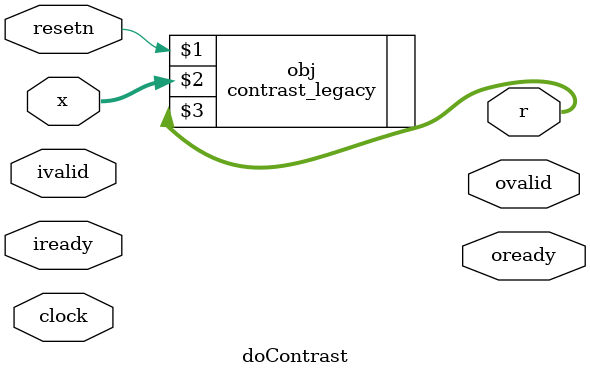
<source format=v>
  module doContrast ( 
resetn,
 ivalid,
 ovalid,
 iready,
 oready,
 x,
 r,
 clock);
input  resetn;
input  ivalid;
input  iready;
input [7:0] x;
input  clock;
output  ovalid;
output  oready;
output [7:0] r;

//wire clk;
//wire reset;

//assign clk = clock;
//assign reset = ~resetn;

contrast_legacy obj (resetn, x,r);

endmodule

</source>
